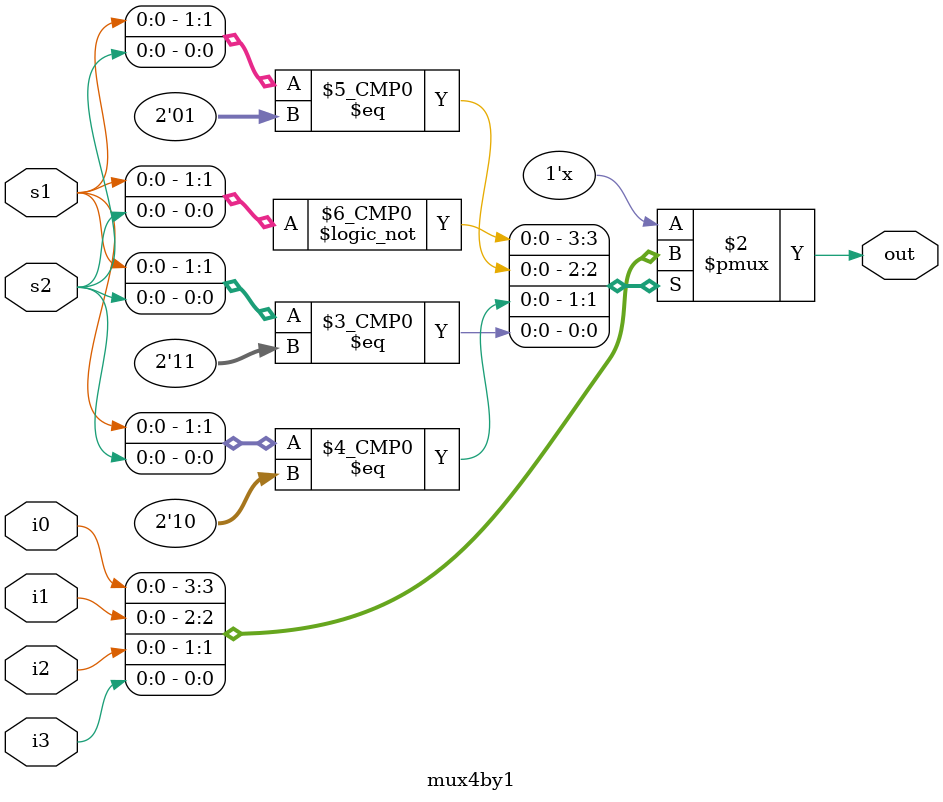
<source format=v>
`timescale 1ns / 1ps

module fullMux(a, b, c, s, ca);
    input a, b, c;
    output s, ca;

    wire s1 = a;
    wire s2 = b;

    mux4by1 m1(.i0(c), .i1(~c), .i2(~c), .i3(c), .s1(s1), .s2(s2), .out(s));
    mux4by1 m2(.i0(1'b0), .i1(c), .i2(c), .i3(1'b1), .s1(s1), .s2(s2), .out(ca));
endmodule

module mux4by1(i0, i1, i2, i3, s1, s2, out);
    input i0, i1, i2, i3;
    input s1, s2;
    output reg out;

    always @(*) begin
        case ({s1, s2})
            2'b00: out = i0;
            2'b01: out = i1;
            2'b10: out = i2;
            2'b11: out = i3;
        endcase
    end
endmodule
</source>
